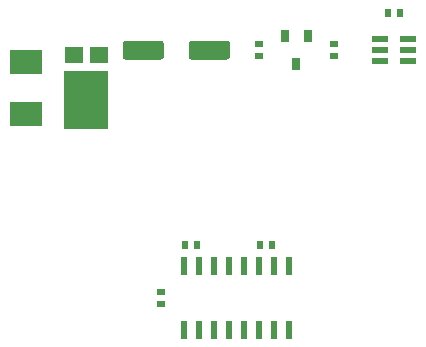
<source format=gbp>
%TF.GenerationSoftware,KiCad,Pcbnew,5.1.10*%
%TF.CreationDate,2021-11-04T10:30:20-04:00*%
%TF.ProjectId,stepper_driver,73746570-7065-4725-9f64-72697665722e,1.0*%
%TF.SameCoordinates,Original*%
%TF.FileFunction,Paste,Bot*%
%TF.FilePolarity,Positive*%
%FSLAX46Y46*%
G04 Gerber Fmt 4.6, Leading zero omitted, Abs format (unit mm)*
G04 Created by KiCad (PCBNEW 5.1.10) date 2021-11-04 10:30:20*
%MOMM*%
%LPD*%
G01*
G04 APERTURE LIST*
%ADD10R,0.600000X1.550000*%
%ADD11R,0.700000X0.600000*%
%ADD12R,0.600000X0.700000*%
%ADD13R,2.743000X2.159000*%
%ADD14R,2.742999X2.159000*%
%ADD15R,1.600000X1.440000*%
%ADD16R,3.800000X4.960000*%
%ADD17R,0.701040X1.000760*%
%ADD18R,1.330960X0.558800*%
G04 APERTURE END LIST*
D10*
%TO.C,U1*%
X135255000Y-108110000D03*
X136525000Y-108110000D03*
X137795000Y-108110000D03*
X139065000Y-108110000D03*
X140335000Y-108110000D03*
X141605000Y-108110000D03*
X142875000Y-108110000D03*
X144145000Y-108110000D03*
X144145000Y-102710000D03*
X142875000Y-102710000D03*
X141605000Y-102710000D03*
X140335000Y-102710000D03*
X139065000Y-102710000D03*
X137795000Y-102710000D03*
X136525000Y-102710000D03*
X135255000Y-102710000D03*
%TD*%
D11*
%TO.C,C2*%
X141605000Y-84955000D03*
X141605000Y-83955000D03*
%TD*%
%TO.C,C3*%
X147955000Y-84955000D03*
X147955000Y-83955000D03*
%TD*%
%TO.C,C4*%
X133350000Y-104910000D03*
X133350000Y-105910000D03*
%TD*%
D12*
%TO.C,C5*%
X153535000Y-81280000D03*
X152535000Y-81280000D03*
%TD*%
%TO.C,R1*%
X135390000Y-100965000D03*
X136390000Y-100965000D03*
%TD*%
%TO.C,R2*%
X142740000Y-100965000D03*
X141740000Y-100965000D03*
%TD*%
D13*
%TO.C,D2*%
X121920000Y-85420000D03*
D14*
X121920000Y-89840000D03*
%TD*%
%TO.C,C1*%
G36*
G01*
X135670000Y-85005400D02*
X135670000Y-83904600D01*
G75*
G02*
X135919600Y-83655000I249600J0D01*
G01*
X138920400Y-83655000D01*
G75*
G02*
X139170000Y-83904600I0J-249600D01*
G01*
X139170000Y-85005400D01*
G75*
G02*
X138920400Y-85255000I-249600J0D01*
G01*
X135919600Y-85255000D01*
G75*
G02*
X135670000Y-85005400I0J249600D01*
G01*
G37*
G36*
G01*
X130070000Y-85005400D02*
X130070000Y-83904600D01*
G75*
G02*
X130319600Y-83655000I249600J0D01*
G01*
X133320400Y-83655000D01*
G75*
G02*
X133570000Y-83904600I0J-249600D01*
G01*
X133570000Y-85005400D01*
G75*
G02*
X133320400Y-85255000I-249600J0D01*
G01*
X130319600Y-85255000D01*
G75*
G02*
X130070000Y-85005400I0J249600D01*
G01*
G37*
%TD*%
D15*
%TO.C,D1*%
X125935000Y-84850000D03*
X128065000Y-84850000D03*
D16*
X127000000Y-88650000D03*
%TD*%
D17*
%TO.C,REG1*%
X144780000Y-85653880D03*
X145729960Y-83256120D03*
X143830040Y-83256120D03*
%TD*%
D18*
%TO.C,U2*%
X151836120Y-83505040D03*
X151836120Y-84455000D03*
X151836120Y-85404960D03*
X154233880Y-85404960D03*
X154233880Y-84455000D03*
X154233880Y-83505040D03*
%TD*%
M02*

</source>
